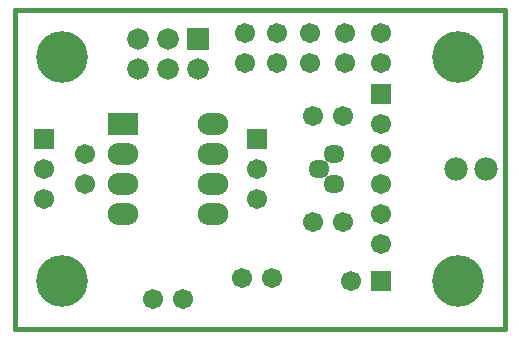
<source format=gbs>
G04 (created by PCBNEW-RS274X (2012-jan-04)-stable) date Sat 31 Mar 2012 08:46:18 PM CEST*
G01*
G70*
G90*
%MOIN*%
G04 Gerber Fmt 3.4, Leading zero omitted, Abs format*
%FSLAX34Y34*%
G04 APERTURE LIST*
%ADD10C,0.008000*%
%ADD11C,0.015000*%
%ADD12C,0.172000*%
%ADD13C,0.078000*%
%ADD14R,0.072000X0.072000*%
%ADD15C,0.072000*%
%ADD16R,0.067000X0.067000*%
%ADD17C,0.067000*%
%ADD18R,0.102000X0.074000*%
%ADD19O,0.102000X0.074000*%
%ADD20O,0.071100X0.059200*%
G04 APERTURE END LIST*
G54D10*
G54D11*
X19685Y-12795D02*
X19685Y-23425D01*
X36024Y-12795D02*
X19685Y-12795D01*
X36024Y-23425D02*
X36024Y-12795D01*
X19685Y-23425D02*
X36024Y-23425D01*
G54D12*
X21260Y-14370D03*
G54D13*
X34390Y-18110D03*
X35390Y-18110D03*
G54D14*
X25803Y-13771D03*
G54D15*
X25803Y-14771D03*
X24803Y-13771D03*
X24803Y-14771D03*
X23803Y-13771D03*
X23803Y-14771D03*
G54D12*
X34449Y-21850D03*
X34449Y-14370D03*
X21259Y-21850D03*
G54D16*
X20669Y-17110D03*
G54D17*
X20669Y-18110D03*
X20669Y-19110D03*
G54D18*
X23303Y-16610D03*
G54D19*
X23303Y-17610D03*
X23303Y-18610D03*
X23303Y-19610D03*
X26303Y-19610D03*
X26303Y-18610D03*
X26303Y-17610D03*
X26303Y-16610D03*
G54D16*
X27756Y-17110D03*
G54D17*
X27756Y-18110D03*
X27756Y-19110D03*
X22047Y-18610D03*
X22047Y-17610D03*
G54D16*
X31898Y-21850D03*
G54D17*
X30898Y-21850D03*
X30618Y-16338D03*
X29618Y-16338D03*
X29618Y-19882D03*
X30618Y-19882D03*
X24303Y-22441D03*
X25303Y-22441D03*
G54D16*
X31890Y-15610D03*
G54D17*
X31890Y-16610D03*
X31890Y-17610D03*
X31890Y-18610D03*
X31890Y-19610D03*
X31890Y-20610D03*
G54D20*
X30315Y-17610D03*
X30315Y-18610D03*
X29815Y-18110D03*
G54D17*
X28256Y-21752D03*
X27256Y-21752D03*
X31890Y-13575D03*
X31890Y-14575D03*
X28445Y-14575D03*
X28445Y-13575D03*
X27362Y-13575D03*
X27362Y-14575D03*
X29528Y-13575D03*
X29528Y-14575D03*
X30709Y-14575D03*
X30709Y-13575D03*
M02*

</source>
